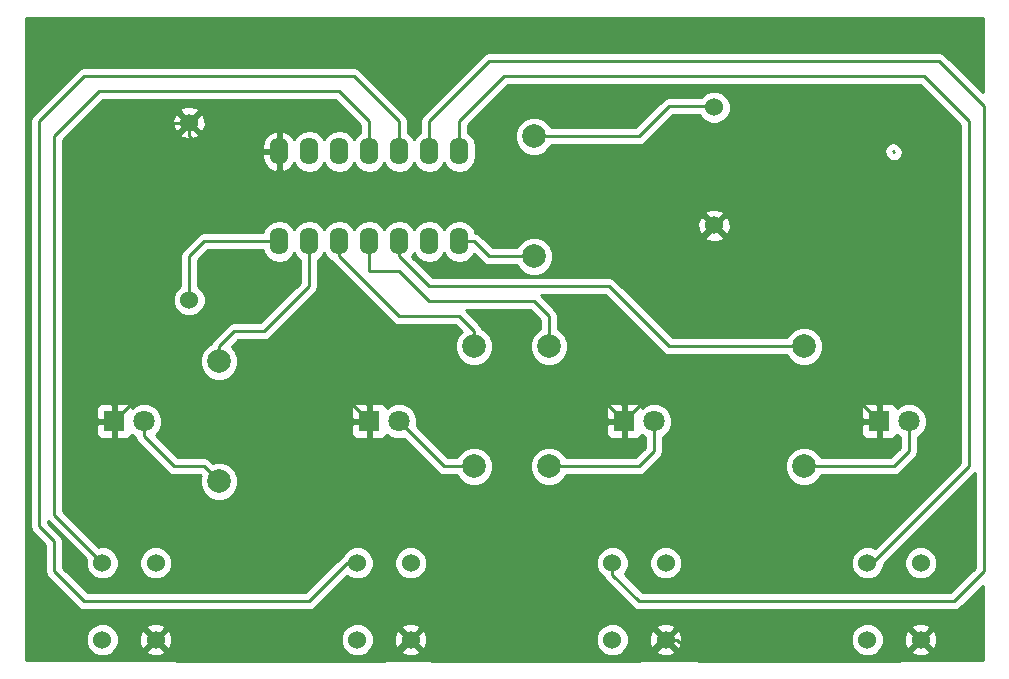
<source format=gbr>
G04 #@! TF.FileFunction,Copper,L1,Top,Signal*
%FSLAX46Y46*%
G04 Gerber Fmt 4.6, Leading zero omitted, Abs format (unit mm)*
G04 Created by KiCad (PCBNEW 4.0.2-stable) date 12/05/2016 07:44:13*
%MOMM*%
G01*
G04 APERTURE LIST*
%ADD10C,0.100000*%
%ADD11C,1.524000*%
%ADD12C,1.800000*%
%ADD13R,1.800000X1.800000*%
%ADD14O,1.600000X2.300000*%
%ADD15C,1.998980*%
%ADD16C,0.600000*%
%ADD17C,0.250000*%
%ADD18C,0.254000*%
G04 APERTURE END LIST*
D10*
D11*
X115570000Y-101480000D03*
X115570000Y-86480000D03*
D12*
X111760000Y-111760000D03*
D13*
X109220000Y-111760000D03*
D12*
X133350000Y-111760000D03*
D13*
X130810000Y-111760000D03*
D12*
X154940000Y-111760000D03*
D13*
X152400000Y-111760000D03*
D12*
X176530000Y-111760000D03*
D13*
X173990000Y-111760000D03*
D14*
X123190000Y-96520000D03*
X125730000Y-96520000D03*
X128270000Y-96520000D03*
X130810000Y-96520000D03*
X133350000Y-96520000D03*
X135890000Y-96520000D03*
X138430000Y-96520000D03*
X138430000Y-88900000D03*
X135890000Y-88900000D03*
X133350000Y-88900000D03*
X130810000Y-88900000D03*
X128270000Y-88900000D03*
X125730000Y-88900000D03*
X123190000Y-88900000D03*
D15*
X118110000Y-106680000D03*
X118110000Y-116840000D03*
X139700000Y-105410000D03*
X139700000Y-115570000D03*
X146050000Y-105410000D03*
X146050000Y-115570000D03*
X167640000Y-105410000D03*
X167640000Y-115570000D03*
X144780000Y-97790000D03*
X144780000Y-87630000D03*
D11*
X112740000Y-123750000D03*
X112740000Y-130250000D03*
X108240000Y-130250000D03*
X108240000Y-123750000D03*
X134330000Y-123750000D03*
X134330000Y-130250000D03*
X129830000Y-130250000D03*
X129830000Y-123750000D03*
X155920000Y-123750000D03*
X155920000Y-130250000D03*
X151420000Y-130250000D03*
X151420000Y-123750000D03*
X177510000Y-123750000D03*
X177510000Y-130250000D03*
X173010000Y-130250000D03*
X173010000Y-123750000D03*
X160020000Y-85170000D03*
X160020000Y-95170000D03*
D16*
X116840000Y-125730000D03*
X153670000Y-104140000D03*
D17*
X175260000Y-88980000D02*
X175180000Y-88900000D01*
X115570000Y-101480000D02*
X115570000Y-97790000D01*
X116840000Y-96520000D02*
X123190000Y-96520000D01*
X115570000Y-97790000D02*
X116840000Y-96520000D01*
X115690000Y-101600000D02*
X115570000Y-101480000D01*
X109220000Y-111760000D02*
X109220000Y-88900000D01*
X111640000Y-86480000D02*
X115570000Y-86480000D01*
X109220000Y-88900000D02*
X111640000Y-86480000D01*
X109220000Y-111760000D02*
X111760000Y-109220000D01*
X128270000Y-109220000D02*
X130810000Y-111760000D01*
X111760000Y-109220000D02*
X128270000Y-109220000D01*
X130810000Y-111760000D02*
X130810000Y-110490000D01*
X130810000Y-110490000D02*
X132080000Y-109220000D01*
X132080000Y-109220000D02*
X149860000Y-109220000D01*
X149860000Y-109220000D02*
X152400000Y-111760000D01*
X152400000Y-111760000D02*
X154940000Y-109220000D01*
X171450000Y-109220000D02*
X173990000Y-111760000D01*
X167640000Y-109220000D02*
X171450000Y-109220000D01*
X154940000Y-109220000D02*
X167640000Y-109220000D01*
X155920000Y-130250000D02*
X156920000Y-130250000D01*
X175680000Y-132080000D02*
X177510000Y-130250000D01*
X158750000Y-132080000D02*
X175680000Y-132080000D01*
X156920000Y-130250000D02*
X158750000Y-132080000D01*
X155920000Y-130250000D02*
X155500000Y-130250000D01*
X155500000Y-130250000D02*
X153670000Y-132080000D01*
X153670000Y-132080000D02*
X136160000Y-132080000D01*
X136160000Y-132080000D02*
X134330000Y-130250000D01*
X134330000Y-130250000D02*
X133910000Y-130250000D01*
X133910000Y-130250000D02*
X132080000Y-132080000D01*
X132080000Y-132080000D02*
X114570000Y-132080000D01*
X114570000Y-132080000D02*
X112740000Y-130250000D01*
X109220000Y-111760000D02*
X109220000Y-114300000D01*
X116840000Y-121920000D02*
X116840000Y-125730000D01*
X109220000Y-114300000D02*
X116840000Y-121920000D01*
X152400000Y-111760000D02*
X152400000Y-105410000D01*
X152400000Y-105410000D02*
X153670000Y-104140000D01*
X115570000Y-86480000D02*
X115570000Y-87630000D01*
X115570000Y-87630000D02*
X116840000Y-88900000D01*
X116840000Y-88900000D02*
X123190000Y-88900000D01*
X115690000Y-86480000D02*
X115570000Y-86480000D01*
X123270000Y-88820000D02*
X123190000Y-88900000D01*
X111760000Y-111760000D02*
X111760000Y-113030000D01*
X116840000Y-115570000D02*
X118110000Y-116840000D01*
X114300000Y-115570000D02*
X116840000Y-115570000D01*
X111760000Y-113030000D02*
X114300000Y-115570000D01*
X133350000Y-111760000D02*
X135890000Y-114300000D01*
X137160000Y-115570000D02*
X139700000Y-115570000D01*
X135890000Y-114300000D02*
X137160000Y-115570000D01*
X146050000Y-115570000D02*
X153670000Y-115570000D01*
X154940000Y-114300000D02*
X154940000Y-111760000D01*
X153670000Y-115570000D02*
X154940000Y-114300000D01*
X167640000Y-115570000D02*
X175260000Y-115570000D01*
X176530000Y-114300000D02*
X176530000Y-111760000D01*
X175260000Y-115570000D02*
X176530000Y-114300000D01*
X125730000Y-96520000D02*
X125730000Y-100330000D01*
X118110000Y-105410000D02*
X118110000Y-106680000D01*
X119380000Y-104140000D02*
X118110000Y-105410000D01*
X121920000Y-104140000D02*
X119380000Y-104140000D01*
X125730000Y-100330000D02*
X121920000Y-104140000D01*
X139700000Y-105410000D02*
X139700000Y-104140000D01*
X128270000Y-97790000D02*
X128270000Y-96520000D01*
X133350000Y-102870000D02*
X128270000Y-97790000D01*
X138430000Y-102870000D02*
X133350000Y-102870000D01*
X139700000Y-104140000D02*
X138430000Y-102870000D01*
X133350000Y-96520000D02*
X133350000Y-97790000D01*
X156210000Y-105410000D02*
X167640000Y-105410000D01*
X151130000Y-100330000D02*
X156210000Y-105410000D01*
X135890000Y-100330000D02*
X151130000Y-100330000D01*
X133350000Y-97790000D02*
X135890000Y-100330000D01*
X146050000Y-105410000D02*
X146050000Y-102870000D01*
X130810000Y-99060000D02*
X130810000Y-96520000D01*
X133350000Y-99060000D02*
X130810000Y-99060000D01*
X135890000Y-101600000D02*
X133350000Y-99060000D01*
X144780000Y-101600000D02*
X135890000Y-101600000D01*
X146050000Y-102870000D02*
X144780000Y-101600000D01*
X138430000Y-96520000D02*
X139700000Y-96520000D01*
X140970000Y-97790000D02*
X144780000Y-97790000D01*
X139700000Y-96520000D02*
X140970000Y-97790000D01*
X130810000Y-88900000D02*
X130810000Y-86360000D01*
X104140000Y-119650000D02*
X108240000Y-123750000D01*
X104140000Y-87630000D02*
X104140000Y-119650000D01*
X107950000Y-83820000D02*
X104140000Y-87630000D01*
X128270000Y-83820000D02*
X107950000Y-83820000D01*
X130810000Y-86360000D02*
X128270000Y-83820000D01*
X108240000Y-123480000D02*
X108240000Y-123750000D01*
X133350000Y-88900000D02*
X133350000Y-86360000D01*
X128980000Y-123750000D02*
X129830000Y-123750000D01*
X125730000Y-127000000D02*
X128980000Y-123750000D01*
X106680000Y-127000000D02*
X125730000Y-127000000D01*
X104140000Y-124460000D02*
X106680000Y-127000000D01*
X104140000Y-121920000D02*
X104140000Y-124460000D01*
X102870000Y-120650000D02*
X104140000Y-121920000D01*
X102870000Y-86360000D02*
X102870000Y-120650000D01*
X106680000Y-82550000D02*
X102870000Y-86360000D01*
X129540000Y-82550000D02*
X106680000Y-82550000D01*
X133350000Y-86360000D02*
X129540000Y-82550000D01*
X129830000Y-123480000D02*
X129830000Y-123750000D01*
X135890000Y-88900000D02*
X135890000Y-86360000D01*
X151420000Y-124750000D02*
X151420000Y-123750000D01*
X153670000Y-127000000D02*
X151420000Y-124750000D01*
X180340000Y-127000000D02*
X153670000Y-127000000D01*
X182880000Y-124460000D02*
X180340000Y-127000000D01*
X182880000Y-85090000D02*
X182880000Y-124460000D01*
X179070000Y-81280000D02*
X182880000Y-85090000D01*
X140970000Y-81280000D02*
X179070000Y-81280000D01*
X135890000Y-86360000D02*
X140970000Y-81280000D01*
X151420000Y-123480000D02*
X151420000Y-123750000D01*
X138430000Y-88900000D02*
X138430000Y-86360000D01*
X181610000Y-115570000D02*
X173430000Y-123750000D01*
X181610000Y-86360000D02*
X181610000Y-115570000D01*
X177800000Y-82550000D02*
X181610000Y-86360000D01*
X142240000Y-82550000D02*
X177800000Y-82550000D01*
X138430000Y-86360000D02*
X142240000Y-82550000D01*
X173430000Y-123750000D02*
X173010000Y-123750000D01*
X173010000Y-123480000D02*
X173010000Y-123750000D01*
X144780000Y-87630000D02*
X153670000Y-87630000D01*
X156210000Y-85090000D02*
X159940000Y-85090000D01*
X153670000Y-87630000D02*
X156210000Y-85090000D01*
X159940000Y-85090000D02*
X160020000Y-85170000D01*
D18*
G36*
X182753000Y-83888198D02*
X179607401Y-80742599D01*
X179360839Y-80577852D01*
X179070000Y-80520000D01*
X140970000Y-80520000D01*
X140679161Y-80577852D01*
X140432599Y-80742599D01*
X135352599Y-85822599D01*
X135187852Y-86069161D01*
X135130000Y-86360000D01*
X135130000Y-87330148D01*
X134875302Y-87500332D01*
X134620000Y-87882418D01*
X134364698Y-87500332D01*
X134110000Y-87330148D01*
X134110000Y-86360000D01*
X134052148Y-86069161D01*
X133887401Y-85822599D01*
X130077401Y-82012599D01*
X129830839Y-81847852D01*
X129540000Y-81790000D01*
X106680000Y-81790000D01*
X106389161Y-81847852D01*
X106142599Y-82012599D01*
X102332599Y-85822599D01*
X102167852Y-86069161D01*
X102110000Y-86360000D01*
X102110000Y-120650000D01*
X102167852Y-120940839D01*
X102332599Y-121187401D01*
X103380000Y-122234802D01*
X103380000Y-124460000D01*
X103437852Y-124750839D01*
X103602599Y-124997401D01*
X106142599Y-127537401D01*
X106389160Y-127702148D01*
X106437414Y-127711746D01*
X106680000Y-127760000D01*
X125730000Y-127760000D01*
X126020839Y-127702148D01*
X126267401Y-127537401D01*
X128954474Y-124850328D01*
X129037630Y-124933629D01*
X129550900Y-125146757D01*
X130106661Y-125147242D01*
X130620303Y-124935010D01*
X131013629Y-124542370D01*
X131226757Y-124029100D01*
X131226759Y-124026661D01*
X132932758Y-124026661D01*
X133144990Y-124540303D01*
X133537630Y-124933629D01*
X134050900Y-125146757D01*
X134606661Y-125147242D01*
X135120303Y-124935010D01*
X135513629Y-124542370D01*
X135726757Y-124029100D01*
X135727242Y-123473339D01*
X135515010Y-122959697D01*
X135122370Y-122566371D01*
X134609100Y-122353243D01*
X134053339Y-122352758D01*
X133539697Y-122564990D01*
X133146371Y-122957630D01*
X132933243Y-123470900D01*
X132932758Y-124026661D01*
X131226759Y-124026661D01*
X131227242Y-123473339D01*
X131015010Y-122959697D01*
X130622370Y-122566371D01*
X130109100Y-122353243D01*
X129553339Y-122352758D01*
X129039697Y-122564990D01*
X128646371Y-122957630D01*
X128578091Y-123122066D01*
X128442599Y-123212599D01*
X125415198Y-126240000D01*
X106994802Y-126240000D01*
X104900000Y-124145198D01*
X104900000Y-121920000D01*
X104842148Y-121629161D01*
X104842148Y-121629160D01*
X104677401Y-121382599D01*
X103630000Y-120335198D01*
X103630000Y-120214802D01*
X106855817Y-123440619D01*
X106843243Y-123470900D01*
X106842758Y-124026661D01*
X107054990Y-124540303D01*
X107447630Y-124933629D01*
X107960900Y-125146757D01*
X108516661Y-125147242D01*
X109030303Y-124935010D01*
X109423629Y-124542370D01*
X109636757Y-124029100D01*
X109636759Y-124026661D01*
X111342758Y-124026661D01*
X111554990Y-124540303D01*
X111947630Y-124933629D01*
X112460900Y-125146757D01*
X113016661Y-125147242D01*
X113530303Y-124935010D01*
X113923629Y-124542370D01*
X114136757Y-124029100D01*
X114137242Y-123473339D01*
X113925010Y-122959697D01*
X113532370Y-122566371D01*
X113019100Y-122353243D01*
X112463339Y-122352758D01*
X111949697Y-122564990D01*
X111556371Y-122957630D01*
X111343243Y-123470900D01*
X111342758Y-124026661D01*
X109636759Y-124026661D01*
X109637242Y-123473339D01*
X109425010Y-122959697D01*
X109032370Y-122566371D01*
X108519100Y-122353243D01*
X107963339Y-122352758D01*
X107930945Y-122366143D01*
X104900000Y-119335198D01*
X104900000Y-112045750D01*
X107685000Y-112045750D01*
X107685000Y-112786310D01*
X107781673Y-113019699D01*
X107960302Y-113198327D01*
X108193691Y-113295000D01*
X108934250Y-113295000D01*
X109093000Y-113136250D01*
X109093000Y-111887000D01*
X107843750Y-111887000D01*
X107685000Y-112045750D01*
X104900000Y-112045750D01*
X104900000Y-110733690D01*
X107685000Y-110733690D01*
X107685000Y-111474250D01*
X107843750Y-111633000D01*
X109093000Y-111633000D01*
X109093000Y-110383750D01*
X109347000Y-110383750D01*
X109347000Y-111633000D01*
X109367000Y-111633000D01*
X109367000Y-111887000D01*
X109347000Y-111887000D01*
X109347000Y-113136250D01*
X109505750Y-113295000D01*
X110246309Y-113295000D01*
X110479698Y-113198327D01*
X110658327Y-113019699D01*
X110714119Y-112885006D01*
X110889357Y-113060551D01*
X111016586Y-113113381D01*
X111057852Y-113320839D01*
X111222599Y-113567401D01*
X113762599Y-116107401D01*
X114009160Y-116272148D01*
X114057414Y-116281746D01*
X114300000Y-116330000D01*
X116525198Y-116330000D01*
X116544115Y-116348917D01*
X116475794Y-116513453D01*
X116475226Y-117163694D01*
X116723538Y-117764655D01*
X117182927Y-118224846D01*
X117783453Y-118474206D01*
X118433694Y-118474774D01*
X119034655Y-118226462D01*
X119494846Y-117767073D01*
X119744206Y-117166547D01*
X119744774Y-116516306D01*
X119496462Y-115915345D01*
X119037073Y-115455154D01*
X118436547Y-115205794D01*
X117786306Y-115205226D01*
X117619111Y-115274309D01*
X117377401Y-115032599D01*
X117130839Y-114867852D01*
X116840000Y-114810000D01*
X114614802Y-114810000D01*
X112747725Y-112942923D01*
X113060551Y-112630643D01*
X113294733Y-112066670D01*
X113294751Y-112045750D01*
X129275000Y-112045750D01*
X129275000Y-112786310D01*
X129371673Y-113019699D01*
X129550302Y-113198327D01*
X129783691Y-113295000D01*
X130524250Y-113295000D01*
X130683000Y-113136250D01*
X130683000Y-111887000D01*
X129433750Y-111887000D01*
X129275000Y-112045750D01*
X113294751Y-112045750D01*
X113295265Y-111456009D01*
X113062068Y-110891629D01*
X112904405Y-110733690D01*
X129275000Y-110733690D01*
X129275000Y-111474250D01*
X129433750Y-111633000D01*
X130683000Y-111633000D01*
X130683000Y-110383750D01*
X130937000Y-110383750D01*
X130937000Y-111633000D01*
X130957000Y-111633000D01*
X130957000Y-111887000D01*
X130937000Y-111887000D01*
X130937000Y-113136250D01*
X131095750Y-113295000D01*
X131836309Y-113295000D01*
X132069698Y-113198327D01*
X132248327Y-113019699D01*
X132304119Y-112885006D01*
X132479357Y-113060551D01*
X133043330Y-113294733D01*
X133653991Y-113295265D01*
X133764713Y-113249515D01*
X136622599Y-116107401D01*
X136869160Y-116272148D01*
X137160000Y-116330000D01*
X138245504Y-116330000D01*
X138313538Y-116494655D01*
X138772927Y-116954846D01*
X139373453Y-117204206D01*
X140023694Y-117204774D01*
X140624655Y-116956462D01*
X141084846Y-116497073D01*
X141334206Y-115896547D01*
X141334208Y-115893694D01*
X144415226Y-115893694D01*
X144663538Y-116494655D01*
X145122927Y-116954846D01*
X145723453Y-117204206D01*
X146373694Y-117204774D01*
X146974655Y-116956462D01*
X147434846Y-116497073D01*
X147504221Y-116330000D01*
X153670000Y-116330000D01*
X153960839Y-116272148D01*
X154207401Y-116107401D01*
X154421108Y-115893694D01*
X166005226Y-115893694D01*
X166253538Y-116494655D01*
X166712927Y-116954846D01*
X167313453Y-117204206D01*
X167963694Y-117204774D01*
X168564655Y-116956462D01*
X169024846Y-116497073D01*
X169094221Y-116330000D01*
X175260000Y-116330000D01*
X175550839Y-116272148D01*
X175797401Y-116107401D01*
X177067401Y-114837401D01*
X177232148Y-114590840D01*
X177290000Y-114300000D01*
X177290000Y-113106846D01*
X177398371Y-113062068D01*
X177830551Y-112630643D01*
X178064733Y-112066670D01*
X178065265Y-111456009D01*
X177832068Y-110891629D01*
X177400643Y-110459449D01*
X176836670Y-110225267D01*
X176226009Y-110224735D01*
X175661629Y-110457932D01*
X175484159Y-110635092D01*
X175428327Y-110500301D01*
X175249698Y-110321673D01*
X175016309Y-110225000D01*
X174275750Y-110225000D01*
X174117000Y-110383750D01*
X174117000Y-111633000D01*
X174137000Y-111633000D01*
X174137000Y-111887000D01*
X174117000Y-111887000D01*
X174117000Y-113136250D01*
X174275750Y-113295000D01*
X175016309Y-113295000D01*
X175249698Y-113198327D01*
X175428327Y-113019699D01*
X175484119Y-112885006D01*
X175659357Y-113060551D01*
X175770000Y-113106494D01*
X175770000Y-113985198D01*
X174945198Y-114810000D01*
X169094496Y-114810000D01*
X169026462Y-114645345D01*
X168567073Y-114185154D01*
X167966547Y-113935794D01*
X167316306Y-113935226D01*
X166715345Y-114183538D01*
X166255154Y-114642927D01*
X166005794Y-115243453D01*
X166005226Y-115893694D01*
X154421108Y-115893694D01*
X155477401Y-114837401D01*
X155642148Y-114590840D01*
X155700000Y-114300000D01*
X155700000Y-113106846D01*
X155808371Y-113062068D01*
X156240551Y-112630643D01*
X156474733Y-112066670D01*
X156474751Y-112045750D01*
X172455000Y-112045750D01*
X172455000Y-112786310D01*
X172551673Y-113019699D01*
X172730302Y-113198327D01*
X172963691Y-113295000D01*
X173704250Y-113295000D01*
X173863000Y-113136250D01*
X173863000Y-111887000D01*
X172613750Y-111887000D01*
X172455000Y-112045750D01*
X156474751Y-112045750D01*
X156475265Y-111456009D01*
X156242068Y-110891629D01*
X156084405Y-110733690D01*
X172455000Y-110733690D01*
X172455000Y-111474250D01*
X172613750Y-111633000D01*
X173863000Y-111633000D01*
X173863000Y-110383750D01*
X173704250Y-110225000D01*
X172963691Y-110225000D01*
X172730302Y-110321673D01*
X172551673Y-110500301D01*
X172455000Y-110733690D01*
X156084405Y-110733690D01*
X155810643Y-110459449D01*
X155246670Y-110225267D01*
X154636009Y-110224735D01*
X154071629Y-110457932D01*
X153894159Y-110635092D01*
X153838327Y-110500301D01*
X153659698Y-110321673D01*
X153426309Y-110225000D01*
X152685750Y-110225000D01*
X152527000Y-110383750D01*
X152527000Y-111633000D01*
X152547000Y-111633000D01*
X152547000Y-111887000D01*
X152527000Y-111887000D01*
X152527000Y-113136250D01*
X152685750Y-113295000D01*
X153426309Y-113295000D01*
X153659698Y-113198327D01*
X153838327Y-113019699D01*
X153894119Y-112885006D01*
X154069357Y-113060551D01*
X154180000Y-113106494D01*
X154180000Y-113985198D01*
X153355198Y-114810000D01*
X147504496Y-114810000D01*
X147436462Y-114645345D01*
X146977073Y-114185154D01*
X146376547Y-113935794D01*
X145726306Y-113935226D01*
X145125345Y-114183538D01*
X144665154Y-114642927D01*
X144415794Y-115243453D01*
X144415226Y-115893694D01*
X141334208Y-115893694D01*
X141334774Y-115246306D01*
X141086462Y-114645345D01*
X140627073Y-114185154D01*
X140026547Y-113935794D01*
X139376306Y-113935226D01*
X138775345Y-114183538D01*
X138315154Y-114642927D01*
X138245779Y-114810000D01*
X137474802Y-114810000D01*
X134839766Y-112174964D01*
X134884733Y-112066670D01*
X134884751Y-112045750D01*
X150865000Y-112045750D01*
X150865000Y-112786310D01*
X150961673Y-113019699D01*
X151140302Y-113198327D01*
X151373691Y-113295000D01*
X152114250Y-113295000D01*
X152273000Y-113136250D01*
X152273000Y-111887000D01*
X151023750Y-111887000D01*
X150865000Y-112045750D01*
X134884751Y-112045750D01*
X134885265Y-111456009D01*
X134652068Y-110891629D01*
X134494405Y-110733690D01*
X150865000Y-110733690D01*
X150865000Y-111474250D01*
X151023750Y-111633000D01*
X152273000Y-111633000D01*
X152273000Y-110383750D01*
X152114250Y-110225000D01*
X151373691Y-110225000D01*
X151140302Y-110321673D01*
X150961673Y-110500301D01*
X150865000Y-110733690D01*
X134494405Y-110733690D01*
X134220643Y-110459449D01*
X133656670Y-110225267D01*
X133046009Y-110224735D01*
X132481629Y-110457932D01*
X132304159Y-110635092D01*
X132248327Y-110500301D01*
X132069698Y-110321673D01*
X131836309Y-110225000D01*
X131095750Y-110225000D01*
X130937000Y-110383750D01*
X130683000Y-110383750D01*
X130524250Y-110225000D01*
X129783691Y-110225000D01*
X129550302Y-110321673D01*
X129371673Y-110500301D01*
X129275000Y-110733690D01*
X112904405Y-110733690D01*
X112630643Y-110459449D01*
X112066670Y-110225267D01*
X111456009Y-110224735D01*
X110891629Y-110457932D01*
X110714159Y-110635092D01*
X110658327Y-110500301D01*
X110479698Y-110321673D01*
X110246309Y-110225000D01*
X109505750Y-110225000D01*
X109347000Y-110383750D01*
X109093000Y-110383750D01*
X108934250Y-110225000D01*
X108193691Y-110225000D01*
X107960302Y-110321673D01*
X107781673Y-110500301D01*
X107685000Y-110733690D01*
X104900000Y-110733690D01*
X104900000Y-101756661D01*
X114172758Y-101756661D01*
X114384990Y-102270303D01*
X114777630Y-102663629D01*
X115290900Y-102876757D01*
X115846661Y-102877242D01*
X116360303Y-102665010D01*
X116753629Y-102272370D01*
X116966757Y-101759100D01*
X116967242Y-101203339D01*
X116755010Y-100689697D01*
X116362370Y-100296371D01*
X116330000Y-100282930D01*
X116330000Y-98104802D01*
X117154802Y-97280000D01*
X121829598Y-97280000D01*
X121864233Y-97454121D01*
X122175302Y-97919668D01*
X122640849Y-98230737D01*
X123190000Y-98339970D01*
X123739151Y-98230737D01*
X124204698Y-97919668D01*
X124460000Y-97537582D01*
X124715302Y-97919668D01*
X124970000Y-98089852D01*
X124970000Y-100015198D01*
X121605198Y-103380000D01*
X119380000Y-103380000D01*
X119089160Y-103437852D01*
X118842599Y-103602599D01*
X117572599Y-104872599D01*
X117407852Y-105119161D01*
X117389985Y-105208982D01*
X117185345Y-105293538D01*
X116725154Y-105752927D01*
X116475794Y-106353453D01*
X116475226Y-107003694D01*
X116723538Y-107604655D01*
X117182927Y-108064846D01*
X117783453Y-108314206D01*
X118433694Y-108314774D01*
X119034655Y-108066462D01*
X119494846Y-107607073D01*
X119744206Y-107006547D01*
X119744774Y-106356306D01*
X119496462Y-105755345D01*
X119168246Y-105426556D01*
X119694802Y-104900000D01*
X121920000Y-104900000D01*
X122210839Y-104842148D01*
X122457401Y-104677401D01*
X126267401Y-100867401D01*
X126432148Y-100620839D01*
X126490000Y-100330000D01*
X126490000Y-98089852D01*
X126744698Y-97919668D01*
X127000000Y-97537582D01*
X127255302Y-97919668D01*
X127625393Y-98166955D01*
X127732599Y-98327401D01*
X132812599Y-103407401D01*
X133059161Y-103572148D01*
X133350000Y-103630000D01*
X138115198Y-103630000D01*
X138641924Y-104156726D01*
X138315154Y-104482927D01*
X138065794Y-105083453D01*
X138065226Y-105733694D01*
X138313538Y-106334655D01*
X138772927Y-106794846D01*
X139373453Y-107044206D01*
X140023694Y-107044774D01*
X140624655Y-106796462D01*
X141084846Y-106337073D01*
X141334206Y-105736547D01*
X141334774Y-105086306D01*
X141086462Y-104485345D01*
X140627073Y-104025154D01*
X140420057Y-103939193D01*
X140402148Y-103849161D01*
X140402148Y-103849160D01*
X140237401Y-103602599D01*
X138994802Y-102360000D01*
X144465198Y-102360000D01*
X145290000Y-103184802D01*
X145290000Y-103955504D01*
X145125345Y-104023538D01*
X144665154Y-104482927D01*
X144415794Y-105083453D01*
X144415226Y-105733694D01*
X144663538Y-106334655D01*
X145122927Y-106794846D01*
X145723453Y-107044206D01*
X146373694Y-107044774D01*
X146974655Y-106796462D01*
X147434846Y-106337073D01*
X147684206Y-105736547D01*
X147684774Y-105086306D01*
X147436462Y-104485345D01*
X146977073Y-104025154D01*
X146810000Y-103955779D01*
X146810000Y-102870000D01*
X146752148Y-102579161D01*
X146752148Y-102579160D01*
X146587401Y-102332599D01*
X145344802Y-101090000D01*
X150815198Y-101090000D01*
X155672599Y-105947401D01*
X155919161Y-106112148D01*
X156210000Y-106170000D01*
X166185504Y-106170000D01*
X166253538Y-106334655D01*
X166712927Y-106794846D01*
X167313453Y-107044206D01*
X167963694Y-107044774D01*
X168564655Y-106796462D01*
X169024846Y-106337073D01*
X169274206Y-105736547D01*
X169274774Y-105086306D01*
X169026462Y-104485345D01*
X168567073Y-104025154D01*
X167966547Y-103775794D01*
X167316306Y-103775226D01*
X166715345Y-104023538D01*
X166255154Y-104482927D01*
X166185779Y-104650000D01*
X156524802Y-104650000D01*
X151667401Y-99792599D01*
X151420839Y-99627852D01*
X151130000Y-99570000D01*
X136204802Y-99570000D01*
X134440710Y-97805908D01*
X134620000Y-97537582D01*
X134875302Y-97919668D01*
X135340849Y-98230737D01*
X135890000Y-98339970D01*
X136439151Y-98230737D01*
X136904698Y-97919668D01*
X137160000Y-97537582D01*
X137415302Y-97919668D01*
X137880849Y-98230737D01*
X138430000Y-98339970D01*
X138979151Y-98230737D01*
X139444698Y-97919668D01*
X139677081Y-97571883D01*
X140432599Y-98327401D01*
X140679160Y-98492148D01*
X140970000Y-98550000D01*
X143325504Y-98550000D01*
X143393538Y-98714655D01*
X143852927Y-99174846D01*
X144453453Y-99424206D01*
X145103694Y-99424774D01*
X145704655Y-99176462D01*
X146164846Y-98717073D01*
X146414206Y-98116547D01*
X146414774Y-97466306D01*
X146166462Y-96865345D01*
X145707073Y-96405154D01*
X145106547Y-96155794D01*
X144456306Y-96155226D01*
X143855345Y-96403538D01*
X143395154Y-96862927D01*
X143325779Y-97030000D01*
X141284802Y-97030000D01*
X140405015Y-96150213D01*
X159219392Y-96150213D01*
X159288857Y-96392397D01*
X159812302Y-96579144D01*
X160367368Y-96551362D01*
X160751143Y-96392397D01*
X160820608Y-96150213D01*
X160020000Y-95349605D01*
X159219392Y-96150213D01*
X140405015Y-96150213D01*
X140237401Y-95982599D01*
X139990839Y-95817852D01*
X139794126Y-95778723D01*
X139755767Y-95585879D01*
X139444698Y-95120332D01*
X139208190Y-94962302D01*
X158610856Y-94962302D01*
X158638638Y-95517368D01*
X158797603Y-95901143D01*
X159039787Y-95970608D01*
X159840395Y-95170000D01*
X160199605Y-95170000D01*
X161000213Y-95970608D01*
X161242397Y-95901143D01*
X161429144Y-95377698D01*
X161401362Y-94822632D01*
X161242397Y-94438857D01*
X161000213Y-94369392D01*
X160199605Y-95170000D01*
X159840395Y-95170000D01*
X159039787Y-94369392D01*
X158797603Y-94438857D01*
X158610856Y-94962302D01*
X139208190Y-94962302D01*
X138979151Y-94809263D01*
X138430000Y-94700030D01*
X137880849Y-94809263D01*
X137415302Y-95120332D01*
X137160000Y-95502418D01*
X136904698Y-95120332D01*
X136439151Y-94809263D01*
X135890000Y-94700030D01*
X135340849Y-94809263D01*
X134875302Y-95120332D01*
X134620000Y-95502418D01*
X134364698Y-95120332D01*
X133899151Y-94809263D01*
X133350000Y-94700030D01*
X132800849Y-94809263D01*
X132335302Y-95120332D01*
X132080000Y-95502418D01*
X131824698Y-95120332D01*
X131359151Y-94809263D01*
X130810000Y-94700030D01*
X130260849Y-94809263D01*
X129795302Y-95120332D01*
X129540000Y-95502418D01*
X129284698Y-95120332D01*
X128819151Y-94809263D01*
X128270000Y-94700030D01*
X127720849Y-94809263D01*
X127255302Y-95120332D01*
X127000000Y-95502418D01*
X126744698Y-95120332D01*
X126279151Y-94809263D01*
X125730000Y-94700030D01*
X125180849Y-94809263D01*
X124715302Y-95120332D01*
X124460000Y-95502418D01*
X124204698Y-95120332D01*
X123739151Y-94809263D01*
X123190000Y-94700030D01*
X122640849Y-94809263D01*
X122175302Y-95120332D01*
X121864233Y-95585879D01*
X121829598Y-95760000D01*
X116840000Y-95760000D01*
X116549160Y-95817852D01*
X116302599Y-95982599D01*
X115032599Y-97252599D01*
X114867852Y-97499161D01*
X114810000Y-97790000D01*
X114810000Y-100282469D01*
X114779697Y-100294990D01*
X114386371Y-100687630D01*
X114173243Y-101200900D01*
X114172758Y-101756661D01*
X104900000Y-101756661D01*
X104900000Y-94189787D01*
X159219392Y-94189787D01*
X160020000Y-94990395D01*
X160820608Y-94189787D01*
X160751143Y-93947603D01*
X160227698Y-93760856D01*
X159672632Y-93788638D01*
X159288857Y-93947603D01*
X159219392Y-94189787D01*
X104900000Y-94189787D01*
X104900000Y-89027000D01*
X121755000Y-89027000D01*
X121755000Y-89377000D01*
X121912834Y-89916483D01*
X122265104Y-90354500D01*
X122758181Y-90624367D01*
X122840961Y-90641904D01*
X123063000Y-90519915D01*
X123063000Y-89027000D01*
X121755000Y-89027000D01*
X104900000Y-89027000D01*
X104900000Y-88423000D01*
X121755000Y-88423000D01*
X121755000Y-88773000D01*
X123063000Y-88773000D01*
X123063000Y-87280085D01*
X122840961Y-87158096D01*
X122758181Y-87175633D01*
X122265104Y-87445500D01*
X121912834Y-87883517D01*
X121755000Y-88423000D01*
X104900000Y-88423000D01*
X104900000Y-87944802D01*
X105384589Y-87460213D01*
X114769392Y-87460213D01*
X114838857Y-87702397D01*
X115362302Y-87889144D01*
X115917368Y-87861362D01*
X116301143Y-87702397D01*
X116370608Y-87460213D01*
X115570000Y-86659605D01*
X114769392Y-87460213D01*
X105384589Y-87460213D01*
X106572500Y-86272302D01*
X114160856Y-86272302D01*
X114188638Y-86827368D01*
X114347603Y-87211143D01*
X114589787Y-87280608D01*
X115390395Y-86480000D01*
X115749605Y-86480000D01*
X116550213Y-87280608D01*
X116792397Y-87211143D01*
X116979144Y-86687698D01*
X116951362Y-86132632D01*
X116792397Y-85748857D01*
X116550213Y-85679392D01*
X115749605Y-86480000D01*
X115390395Y-86480000D01*
X114589787Y-85679392D01*
X114347603Y-85748857D01*
X114160856Y-86272302D01*
X106572500Y-86272302D01*
X107345015Y-85499787D01*
X114769392Y-85499787D01*
X115570000Y-86300395D01*
X116370608Y-85499787D01*
X116301143Y-85257603D01*
X115777698Y-85070856D01*
X115222632Y-85098638D01*
X114838857Y-85257603D01*
X114769392Y-85499787D01*
X107345015Y-85499787D01*
X108264802Y-84580000D01*
X127955198Y-84580000D01*
X130050000Y-86674802D01*
X130050000Y-87330148D01*
X129795302Y-87500332D01*
X129540000Y-87882418D01*
X129284698Y-87500332D01*
X128819151Y-87189263D01*
X128270000Y-87080030D01*
X127720849Y-87189263D01*
X127255302Y-87500332D01*
X127000000Y-87882418D01*
X126744698Y-87500332D01*
X126279151Y-87189263D01*
X125730000Y-87080030D01*
X125180849Y-87189263D01*
X124715302Y-87500332D01*
X124462851Y-87878151D01*
X124114896Y-87445500D01*
X123621819Y-87175633D01*
X123539039Y-87158096D01*
X123317000Y-87280085D01*
X123317000Y-88773000D01*
X123337000Y-88773000D01*
X123337000Y-89027000D01*
X123317000Y-89027000D01*
X123317000Y-90519915D01*
X123539039Y-90641904D01*
X123621819Y-90624367D01*
X124114896Y-90354500D01*
X124462851Y-89921849D01*
X124715302Y-90299668D01*
X125180849Y-90610737D01*
X125730000Y-90719970D01*
X126279151Y-90610737D01*
X126744698Y-90299668D01*
X127000000Y-89917582D01*
X127255302Y-90299668D01*
X127720849Y-90610737D01*
X128270000Y-90719970D01*
X128819151Y-90610737D01*
X129284698Y-90299668D01*
X129540000Y-89917582D01*
X129795302Y-90299668D01*
X130260849Y-90610737D01*
X130810000Y-90719970D01*
X131359151Y-90610737D01*
X131824698Y-90299668D01*
X132080000Y-89917582D01*
X132335302Y-90299668D01*
X132800849Y-90610737D01*
X133350000Y-90719970D01*
X133899151Y-90610737D01*
X134364698Y-90299668D01*
X134620000Y-89917582D01*
X134875302Y-90299668D01*
X135340849Y-90610737D01*
X135890000Y-90719970D01*
X136439151Y-90610737D01*
X136904698Y-90299668D01*
X137160000Y-89917582D01*
X137415302Y-90299668D01*
X137880849Y-90610737D01*
X138430000Y-90719970D01*
X138979151Y-90610737D01*
X139444698Y-90299668D01*
X139755767Y-89834121D01*
X139865000Y-89284970D01*
X139865000Y-88515030D01*
X139755767Y-87965879D01*
X139747626Y-87953694D01*
X143145226Y-87953694D01*
X143393538Y-88554655D01*
X143852927Y-89014846D01*
X144453453Y-89264206D01*
X145103694Y-89264774D01*
X145704655Y-89016462D01*
X145821320Y-88900000D01*
X174420000Y-88900000D01*
X174477852Y-89190839D01*
X174642599Y-89437401D01*
X174722599Y-89517401D01*
X174969161Y-89682148D01*
X175260000Y-89740000D01*
X175550839Y-89682148D01*
X175797401Y-89517401D01*
X175962148Y-89270839D01*
X176020000Y-88980000D01*
X175962148Y-88689161D01*
X175797401Y-88442599D01*
X175717401Y-88362599D01*
X175470839Y-88197852D01*
X175180000Y-88140000D01*
X174889161Y-88197852D01*
X174642599Y-88362599D01*
X174477852Y-88609161D01*
X174420000Y-88900000D01*
X145821320Y-88900000D01*
X146164846Y-88557073D01*
X146234221Y-88390000D01*
X153670000Y-88390000D01*
X153960839Y-88332148D01*
X154207401Y-88167401D01*
X156524802Y-85850000D01*
X158789414Y-85850000D01*
X158834990Y-85960303D01*
X159227630Y-86353629D01*
X159740900Y-86566757D01*
X160296661Y-86567242D01*
X160810303Y-86355010D01*
X161203629Y-85962370D01*
X161416757Y-85449100D01*
X161417242Y-84893339D01*
X161205010Y-84379697D01*
X160812370Y-83986371D01*
X160299100Y-83773243D01*
X159743339Y-83772758D01*
X159229697Y-83984990D01*
X158884084Y-84330000D01*
X156210000Y-84330000D01*
X155970550Y-84377630D01*
X155919160Y-84387852D01*
X155672599Y-84552599D01*
X153355198Y-86870000D01*
X146234496Y-86870000D01*
X146166462Y-86705345D01*
X145707073Y-86245154D01*
X145106547Y-85995794D01*
X144456306Y-85995226D01*
X143855345Y-86243538D01*
X143395154Y-86702927D01*
X143145794Y-87303453D01*
X143145226Y-87953694D01*
X139747626Y-87953694D01*
X139444698Y-87500332D01*
X139190000Y-87330148D01*
X139190000Y-86674802D01*
X142554802Y-83310000D01*
X177485198Y-83310000D01*
X180850000Y-86674802D01*
X180850000Y-115255198D01*
X173616152Y-122489046D01*
X173289100Y-122353243D01*
X172733339Y-122352758D01*
X172219697Y-122564990D01*
X171826371Y-122957630D01*
X171613243Y-123470900D01*
X171612758Y-124026661D01*
X171824990Y-124540303D01*
X172217630Y-124933629D01*
X172730900Y-125146757D01*
X173286661Y-125147242D01*
X173800303Y-124935010D01*
X174193629Y-124542370D01*
X174406757Y-124029100D01*
X174406759Y-124026661D01*
X176112758Y-124026661D01*
X176324990Y-124540303D01*
X176717630Y-124933629D01*
X177230900Y-125146757D01*
X177786661Y-125147242D01*
X178300303Y-124935010D01*
X178693629Y-124542370D01*
X178906757Y-124029100D01*
X178907242Y-123473339D01*
X178695010Y-122959697D01*
X178302370Y-122566371D01*
X177789100Y-122353243D01*
X177233339Y-122352758D01*
X176719697Y-122564990D01*
X176326371Y-122957630D01*
X176113243Y-123470900D01*
X176112758Y-124026661D01*
X174406759Y-124026661D01*
X174406915Y-123847887D01*
X182120000Y-116134802D01*
X182120000Y-124145198D01*
X180025198Y-126240000D01*
X153984802Y-126240000D01*
X152445262Y-124700460D01*
X152603629Y-124542370D01*
X152816757Y-124029100D01*
X152816759Y-124026661D01*
X154522758Y-124026661D01*
X154734990Y-124540303D01*
X155127630Y-124933629D01*
X155640900Y-125146757D01*
X156196661Y-125147242D01*
X156710303Y-124935010D01*
X157103629Y-124542370D01*
X157316757Y-124029100D01*
X157317242Y-123473339D01*
X157105010Y-122959697D01*
X156712370Y-122566371D01*
X156199100Y-122353243D01*
X155643339Y-122352758D01*
X155129697Y-122564990D01*
X154736371Y-122957630D01*
X154523243Y-123470900D01*
X154522758Y-124026661D01*
X152816759Y-124026661D01*
X152817242Y-123473339D01*
X152605010Y-122959697D01*
X152212370Y-122566371D01*
X151699100Y-122353243D01*
X151143339Y-122352758D01*
X150629697Y-122564990D01*
X150236371Y-122957630D01*
X150023243Y-123470900D01*
X150022758Y-124026661D01*
X150234990Y-124540303D01*
X150627630Y-124933629D01*
X150702729Y-124964813D01*
X150717852Y-125040839D01*
X150882599Y-125287401D01*
X153132599Y-127537401D01*
X153379161Y-127702148D01*
X153670000Y-127760000D01*
X180340000Y-127760000D01*
X180630839Y-127702148D01*
X180877401Y-127537401D01*
X182753000Y-125661802D01*
X182753000Y-131953000D01*
X101727000Y-131953000D01*
X101727000Y-130526661D01*
X106842758Y-130526661D01*
X107054990Y-131040303D01*
X107447630Y-131433629D01*
X107960900Y-131646757D01*
X108516661Y-131647242D01*
X109030303Y-131435010D01*
X109235457Y-131230213D01*
X111939392Y-131230213D01*
X112008857Y-131472397D01*
X112532302Y-131659144D01*
X113087368Y-131631362D01*
X113471143Y-131472397D01*
X113540608Y-131230213D01*
X112740000Y-130429605D01*
X111939392Y-131230213D01*
X109235457Y-131230213D01*
X109423629Y-131042370D01*
X109636757Y-130529100D01*
X109637181Y-130042302D01*
X111330856Y-130042302D01*
X111358638Y-130597368D01*
X111517603Y-130981143D01*
X111759787Y-131050608D01*
X112560395Y-130250000D01*
X112919605Y-130250000D01*
X113720213Y-131050608D01*
X113962397Y-130981143D01*
X114124540Y-130526661D01*
X128432758Y-130526661D01*
X128644990Y-131040303D01*
X129037630Y-131433629D01*
X129550900Y-131646757D01*
X130106661Y-131647242D01*
X130620303Y-131435010D01*
X130825457Y-131230213D01*
X133529392Y-131230213D01*
X133598857Y-131472397D01*
X134122302Y-131659144D01*
X134677368Y-131631362D01*
X135061143Y-131472397D01*
X135130608Y-131230213D01*
X134330000Y-130429605D01*
X133529392Y-131230213D01*
X130825457Y-131230213D01*
X131013629Y-131042370D01*
X131226757Y-130529100D01*
X131227181Y-130042302D01*
X132920856Y-130042302D01*
X132948638Y-130597368D01*
X133107603Y-130981143D01*
X133349787Y-131050608D01*
X134150395Y-130250000D01*
X134509605Y-130250000D01*
X135310213Y-131050608D01*
X135552397Y-130981143D01*
X135714540Y-130526661D01*
X150022758Y-130526661D01*
X150234990Y-131040303D01*
X150627630Y-131433629D01*
X151140900Y-131646757D01*
X151696661Y-131647242D01*
X152210303Y-131435010D01*
X152415457Y-131230213D01*
X155119392Y-131230213D01*
X155188857Y-131472397D01*
X155712302Y-131659144D01*
X156267368Y-131631362D01*
X156651143Y-131472397D01*
X156720608Y-131230213D01*
X155920000Y-130429605D01*
X155119392Y-131230213D01*
X152415457Y-131230213D01*
X152603629Y-131042370D01*
X152816757Y-130529100D01*
X152817181Y-130042302D01*
X154510856Y-130042302D01*
X154538638Y-130597368D01*
X154697603Y-130981143D01*
X154939787Y-131050608D01*
X155740395Y-130250000D01*
X156099605Y-130250000D01*
X156900213Y-131050608D01*
X157142397Y-130981143D01*
X157304540Y-130526661D01*
X171612758Y-130526661D01*
X171824990Y-131040303D01*
X172217630Y-131433629D01*
X172730900Y-131646757D01*
X173286661Y-131647242D01*
X173800303Y-131435010D01*
X174005457Y-131230213D01*
X176709392Y-131230213D01*
X176778857Y-131472397D01*
X177302302Y-131659144D01*
X177857368Y-131631362D01*
X178241143Y-131472397D01*
X178310608Y-131230213D01*
X177510000Y-130429605D01*
X176709392Y-131230213D01*
X174005457Y-131230213D01*
X174193629Y-131042370D01*
X174406757Y-130529100D01*
X174407181Y-130042302D01*
X176100856Y-130042302D01*
X176128638Y-130597368D01*
X176287603Y-130981143D01*
X176529787Y-131050608D01*
X177330395Y-130250000D01*
X177689605Y-130250000D01*
X178490213Y-131050608D01*
X178732397Y-130981143D01*
X178919144Y-130457698D01*
X178891362Y-129902632D01*
X178732397Y-129518857D01*
X178490213Y-129449392D01*
X177689605Y-130250000D01*
X177330395Y-130250000D01*
X176529787Y-129449392D01*
X176287603Y-129518857D01*
X176100856Y-130042302D01*
X174407181Y-130042302D01*
X174407242Y-129973339D01*
X174195010Y-129459697D01*
X174005432Y-129269787D01*
X176709392Y-129269787D01*
X177510000Y-130070395D01*
X178310608Y-129269787D01*
X178241143Y-129027603D01*
X177717698Y-128840856D01*
X177162632Y-128868638D01*
X176778857Y-129027603D01*
X176709392Y-129269787D01*
X174005432Y-129269787D01*
X173802370Y-129066371D01*
X173289100Y-128853243D01*
X172733339Y-128852758D01*
X172219697Y-129064990D01*
X171826371Y-129457630D01*
X171613243Y-129970900D01*
X171612758Y-130526661D01*
X157304540Y-130526661D01*
X157329144Y-130457698D01*
X157301362Y-129902632D01*
X157142397Y-129518857D01*
X156900213Y-129449392D01*
X156099605Y-130250000D01*
X155740395Y-130250000D01*
X154939787Y-129449392D01*
X154697603Y-129518857D01*
X154510856Y-130042302D01*
X152817181Y-130042302D01*
X152817242Y-129973339D01*
X152605010Y-129459697D01*
X152415432Y-129269787D01*
X155119392Y-129269787D01*
X155920000Y-130070395D01*
X156720608Y-129269787D01*
X156651143Y-129027603D01*
X156127698Y-128840856D01*
X155572632Y-128868638D01*
X155188857Y-129027603D01*
X155119392Y-129269787D01*
X152415432Y-129269787D01*
X152212370Y-129066371D01*
X151699100Y-128853243D01*
X151143339Y-128852758D01*
X150629697Y-129064990D01*
X150236371Y-129457630D01*
X150023243Y-129970900D01*
X150022758Y-130526661D01*
X135714540Y-130526661D01*
X135739144Y-130457698D01*
X135711362Y-129902632D01*
X135552397Y-129518857D01*
X135310213Y-129449392D01*
X134509605Y-130250000D01*
X134150395Y-130250000D01*
X133349787Y-129449392D01*
X133107603Y-129518857D01*
X132920856Y-130042302D01*
X131227181Y-130042302D01*
X131227242Y-129973339D01*
X131015010Y-129459697D01*
X130825432Y-129269787D01*
X133529392Y-129269787D01*
X134330000Y-130070395D01*
X135130608Y-129269787D01*
X135061143Y-129027603D01*
X134537698Y-128840856D01*
X133982632Y-128868638D01*
X133598857Y-129027603D01*
X133529392Y-129269787D01*
X130825432Y-129269787D01*
X130622370Y-129066371D01*
X130109100Y-128853243D01*
X129553339Y-128852758D01*
X129039697Y-129064990D01*
X128646371Y-129457630D01*
X128433243Y-129970900D01*
X128432758Y-130526661D01*
X114124540Y-130526661D01*
X114149144Y-130457698D01*
X114121362Y-129902632D01*
X113962397Y-129518857D01*
X113720213Y-129449392D01*
X112919605Y-130250000D01*
X112560395Y-130250000D01*
X111759787Y-129449392D01*
X111517603Y-129518857D01*
X111330856Y-130042302D01*
X109637181Y-130042302D01*
X109637242Y-129973339D01*
X109425010Y-129459697D01*
X109235432Y-129269787D01*
X111939392Y-129269787D01*
X112740000Y-130070395D01*
X113540608Y-129269787D01*
X113471143Y-129027603D01*
X112947698Y-128840856D01*
X112392632Y-128868638D01*
X112008857Y-129027603D01*
X111939392Y-129269787D01*
X109235432Y-129269787D01*
X109032370Y-129066371D01*
X108519100Y-128853243D01*
X107963339Y-128852758D01*
X107449697Y-129064990D01*
X107056371Y-129457630D01*
X106843243Y-129970900D01*
X106842758Y-130526661D01*
X101727000Y-130526661D01*
X101727000Y-77597000D01*
X182753000Y-77597000D01*
X182753000Y-83888198D01*
X182753000Y-83888198D01*
G37*
X182753000Y-83888198D02*
X179607401Y-80742599D01*
X179360839Y-80577852D01*
X179070000Y-80520000D01*
X140970000Y-80520000D01*
X140679161Y-80577852D01*
X140432599Y-80742599D01*
X135352599Y-85822599D01*
X135187852Y-86069161D01*
X135130000Y-86360000D01*
X135130000Y-87330148D01*
X134875302Y-87500332D01*
X134620000Y-87882418D01*
X134364698Y-87500332D01*
X134110000Y-87330148D01*
X134110000Y-86360000D01*
X134052148Y-86069161D01*
X133887401Y-85822599D01*
X130077401Y-82012599D01*
X129830839Y-81847852D01*
X129540000Y-81790000D01*
X106680000Y-81790000D01*
X106389161Y-81847852D01*
X106142599Y-82012599D01*
X102332599Y-85822599D01*
X102167852Y-86069161D01*
X102110000Y-86360000D01*
X102110000Y-120650000D01*
X102167852Y-120940839D01*
X102332599Y-121187401D01*
X103380000Y-122234802D01*
X103380000Y-124460000D01*
X103437852Y-124750839D01*
X103602599Y-124997401D01*
X106142599Y-127537401D01*
X106389160Y-127702148D01*
X106437414Y-127711746D01*
X106680000Y-127760000D01*
X125730000Y-127760000D01*
X126020839Y-127702148D01*
X126267401Y-127537401D01*
X128954474Y-124850328D01*
X129037630Y-124933629D01*
X129550900Y-125146757D01*
X130106661Y-125147242D01*
X130620303Y-124935010D01*
X131013629Y-124542370D01*
X131226757Y-124029100D01*
X131226759Y-124026661D01*
X132932758Y-124026661D01*
X133144990Y-124540303D01*
X133537630Y-124933629D01*
X134050900Y-125146757D01*
X134606661Y-125147242D01*
X135120303Y-124935010D01*
X135513629Y-124542370D01*
X135726757Y-124029100D01*
X135727242Y-123473339D01*
X135515010Y-122959697D01*
X135122370Y-122566371D01*
X134609100Y-122353243D01*
X134053339Y-122352758D01*
X133539697Y-122564990D01*
X133146371Y-122957630D01*
X132933243Y-123470900D01*
X132932758Y-124026661D01*
X131226759Y-124026661D01*
X131227242Y-123473339D01*
X131015010Y-122959697D01*
X130622370Y-122566371D01*
X130109100Y-122353243D01*
X129553339Y-122352758D01*
X129039697Y-122564990D01*
X128646371Y-122957630D01*
X128578091Y-123122066D01*
X128442599Y-123212599D01*
X125415198Y-126240000D01*
X106994802Y-126240000D01*
X104900000Y-124145198D01*
X104900000Y-121920000D01*
X104842148Y-121629161D01*
X104842148Y-121629160D01*
X104677401Y-121382599D01*
X103630000Y-120335198D01*
X103630000Y-120214802D01*
X106855817Y-123440619D01*
X106843243Y-123470900D01*
X106842758Y-124026661D01*
X107054990Y-124540303D01*
X107447630Y-124933629D01*
X107960900Y-125146757D01*
X108516661Y-125147242D01*
X109030303Y-124935010D01*
X109423629Y-124542370D01*
X109636757Y-124029100D01*
X109636759Y-124026661D01*
X111342758Y-124026661D01*
X111554990Y-124540303D01*
X111947630Y-124933629D01*
X112460900Y-125146757D01*
X113016661Y-125147242D01*
X113530303Y-124935010D01*
X113923629Y-124542370D01*
X114136757Y-124029100D01*
X114137242Y-123473339D01*
X113925010Y-122959697D01*
X113532370Y-122566371D01*
X113019100Y-122353243D01*
X112463339Y-122352758D01*
X111949697Y-122564990D01*
X111556371Y-122957630D01*
X111343243Y-123470900D01*
X111342758Y-124026661D01*
X109636759Y-124026661D01*
X109637242Y-123473339D01*
X109425010Y-122959697D01*
X109032370Y-122566371D01*
X108519100Y-122353243D01*
X107963339Y-122352758D01*
X107930945Y-122366143D01*
X104900000Y-119335198D01*
X104900000Y-112045750D01*
X107685000Y-112045750D01*
X107685000Y-112786310D01*
X107781673Y-113019699D01*
X107960302Y-113198327D01*
X108193691Y-113295000D01*
X108934250Y-113295000D01*
X109093000Y-113136250D01*
X109093000Y-111887000D01*
X107843750Y-111887000D01*
X107685000Y-112045750D01*
X104900000Y-112045750D01*
X104900000Y-110733690D01*
X107685000Y-110733690D01*
X107685000Y-111474250D01*
X107843750Y-111633000D01*
X109093000Y-111633000D01*
X109093000Y-110383750D01*
X109347000Y-110383750D01*
X109347000Y-111633000D01*
X109367000Y-111633000D01*
X109367000Y-111887000D01*
X109347000Y-111887000D01*
X109347000Y-113136250D01*
X109505750Y-113295000D01*
X110246309Y-113295000D01*
X110479698Y-113198327D01*
X110658327Y-113019699D01*
X110714119Y-112885006D01*
X110889357Y-113060551D01*
X111016586Y-113113381D01*
X111057852Y-113320839D01*
X111222599Y-113567401D01*
X113762599Y-116107401D01*
X114009160Y-116272148D01*
X114057414Y-116281746D01*
X114300000Y-116330000D01*
X116525198Y-116330000D01*
X116544115Y-116348917D01*
X116475794Y-116513453D01*
X116475226Y-117163694D01*
X116723538Y-117764655D01*
X117182927Y-118224846D01*
X117783453Y-118474206D01*
X118433694Y-118474774D01*
X119034655Y-118226462D01*
X119494846Y-117767073D01*
X119744206Y-117166547D01*
X119744774Y-116516306D01*
X119496462Y-115915345D01*
X119037073Y-115455154D01*
X118436547Y-115205794D01*
X117786306Y-115205226D01*
X117619111Y-115274309D01*
X117377401Y-115032599D01*
X117130839Y-114867852D01*
X116840000Y-114810000D01*
X114614802Y-114810000D01*
X112747725Y-112942923D01*
X113060551Y-112630643D01*
X113294733Y-112066670D01*
X113294751Y-112045750D01*
X129275000Y-112045750D01*
X129275000Y-112786310D01*
X129371673Y-113019699D01*
X129550302Y-113198327D01*
X129783691Y-113295000D01*
X130524250Y-113295000D01*
X130683000Y-113136250D01*
X130683000Y-111887000D01*
X129433750Y-111887000D01*
X129275000Y-112045750D01*
X113294751Y-112045750D01*
X113295265Y-111456009D01*
X113062068Y-110891629D01*
X112904405Y-110733690D01*
X129275000Y-110733690D01*
X129275000Y-111474250D01*
X129433750Y-111633000D01*
X130683000Y-111633000D01*
X130683000Y-110383750D01*
X130937000Y-110383750D01*
X130937000Y-111633000D01*
X130957000Y-111633000D01*
X130957000Y-111887000D01*
X130937000Y-111887000D01*
X130937000Y-113136250D01*
X131095750Y-113295000D01*
X131836309Y-113295000D01*
X132069698Y-113198327D01*
X132248327Y-113019699D01*
X132304119Y-112885006D01*
X132479357Y-113060551D01*
X133043330Y-113294733D01*
X133653991Y-113295265D01*
X133764713Y-113249515D01*
X136622599Y-116107401D01*
X136869160Y-116272148D01*
X137160000Y-116330000D01*
X138245504Y-116330000D01*
X138313538Y-116494655D01*
X138772927Y-116954846D01*
X139373453Y-117204206D01*
X140023694Y-117204774D01*
X140624655Y-116956462D01*
X141084846Y-116497073D01*
X141334206Y-115896547D01*
X141334208Y-115893694D01*
X144415226Y-115893694D01*
X144663538Y-116494655D01*
X145122927Y-116954846D01*
X145723453Y-117204206D01*
X146373694Y-117204774D01*
X146974655Y-116956462D01*
X147434846Y-116497073D01*
X147504221Y-116330000D01*
X153670000Y-116330000D01*
X153960839Y-116272148D01*
X154207401Y-116107401D01*
X154421108Y-115893694D01*
X166005226Y-115893694D01*
X166253538Y-116494655D01*
X166712927Y-116954846D01*
X167313453Y-117204206D01*
X167963694Y-117204774D01*
X168564655Y-116956462D01*
X169024846Y-116497073D01*
X169094221Y-116330000D01*
X175260000Y-116330000D01*
X175550839Y-116272148D01*
X175797401Y-116107401D01*
X177067401Y-114837401D01*
X177232148Y-114590840D01*
X177290000Y-114300000D01*
X177290000Y-113106846D01*
X177398371Y-113062068D01*
X177830551Y-112630643D01*
X178064733Y-112066670D01*
X178065265Y-111456009D01*
X177832068Y-110891629D01*
X177400643Y-110459449D01*
X176836670Y-110225267D01*
X176226009Y-110224735D01*
X175661629Y-110457932D01*
X175484159Y-110635092D01*
X175428327Y-110500301D01*
X175249698Y-110321673D01*
X175016309Y-110225000D01*
X174275750Y-110225000D01*
X174117000Y-110383750D01*
X174117000Y-111633000D01*
X174137000Y-111633000D01*
X174137000Y-111887000D01*
X174117000Y-111887000D01*
X174117000Y-113136250D01*
X174275750Y-113295000D01*
X175016309Y-113295000D01*
X175249698Y-113198327D01*
X175428327Y-113019699D01*
X175484119Y-112885006D01*
X175659357Y-113060551D01*
X175770000Y-113106494D01*
X175770000Y-113985198D01*
X174945198Y-114810000D01*
X169094496Y-114810000D01*
X169026462Y-114645345D01*
X168567073Y-114185154D01*
X167966547Y-113935794D01*
X167316306Y-113935226D01*
X166715345Y-114183538D01*
X166255154Y-114642927D01*
X166005794Y-115243453D01*
X166005226Y-115893694D01*
X154421108Y-115893694D01*
X155477401Y-114837401D01*
X155642148Y-114590840D01*
X155700000Y-114300000D01*
X155700000Y-113106846D01*
X155808371Y-113062068D01*
X156240551Y-112630643D01*
X156474733Y-112066670D01*
X156474751Y-112045750D01*
X172455000Y-112045750D01*
X172455000Y-112786310D01*
X172551673Y-113019699D01*
X172730302Y-113198327D01*
X172963691Y-113295000D01*
X173704250Y-113295000D01*
X173863000Y-113136250D01*
X173863000Y-111887000D01*
X172613750Y-111887000D01*
X172455000Y-112045750D01*
X156474751Y-112045750D01*
X156475265Y-111456009D01*
X156242068Y-110891629D01*
X156084405Y-110733690D01*
X172455000Y-110733690D01*
X172455000Y-111474250D01*
X172613750Y-111633000D01*
X173863000Y-111633000D01*
X173863000Y-110383750D01*
X173704250Y-110225000D01*
X172963691Y-110225000D01*
X172730302Y-110321673D01*
X172551673Y-110500301D01*
X172455000Y-110733690D01*
X156084405Y-110733690D01*
X155810643Y-110459449D01*
X155246670Y-110225267D01*
X154636009Y-110224735D01*
X154071629Y-110457932D01*
X153894159Y-110635092D01*
X153838327Y-110500301D01*
X153659698Y-110321673D01*
X153426309Y-110225000D01*
X152685750Y-110225000D01*
X152527000Y-110383750D01*
X152527000Y-111633000D01*
X152547000Y-111633000D01*
X152547000Y-111887000D01*
X152527000Y-111887000D01*
X152527000Y-113136250D01*
X152685750Y-113295000D01*
X153426309Y-113295000D01*
X153659698Y-113198327D01*
X153838327Y-113019699D01*
X153894119Y-112885006D01*
X154069357Y-113060551D01*
X154180000Y-113106494D01*
X154180000Y-113985198D01*
X153355198Y-114810000D01*
X147504496Y-114810000D01*
X147436462Y-114645345D01*
X146977073Y-114185154D01*
X146376547Y-113935794D01*
X145726306Y-113935226D01*
X145125345Y-114183538D01*
X144665154Y-114642927D01*
X144415794Y-115243453D01*
X144415226Y-115893694D01*
X141334208Y-115893694D01*
X141334774Y-115246306D01*
X141086462Y-114645345D01*
X140627073Y-114185154D01*
X140026547Y-113935794D01*
X139376306Y-113935226D01*
X138775345Y-114183538D01*
X138315154Y-114642927D01*
X138245779Y-114810000D01*
X137474802Y-114810000D01*
X134839766Y-112174964D01*
X134884733Y-112066670D01*
X134884751Y-112045750D01*
X150865000Y-112045750D01*
X150865000Y-112786310D01*
X150961673Y-113019699D01*
X151140302Y-113198327D01*
X151373691Y-113295000D01*
X152114250Y-113295000D01*
X152273000Y-113136250D01*
X152273000Y-111887000D01*
X151023750Y-111887000D01*
X150865000Y-112045750D01*
X134884751Y-112045750D01*
X134885265Y-111456009D01*
X134652068Y-110891629D01*
X134494405Y-110733690D01*
X150865000Y-110733690D01*
X150865000Y-111474250D01*
X151023750Y-111633000D01*
X152273000Y-111633000D01*
X152273000Y-110383750D01*
X152114250Y-110225000D01*
X151373691Y-110225000D01*
X151140302Y-110321673D01*
X150961673Y-110500301D01*
X150865000Y-110733690D01*
X134494405Y-110733690D01*
X134220643Y-110459449D01*
X133656670Y-110225267D01*
X133046009Y-110224735D01*
X132481629Y-110457932D01*
X132304159Y-110635092D01*
X132248327Y-110500301D01*
X132069698Y-110321673D01*
X131836309Y-110225000D01*
X131095750Y-110225000D01*
X130937000Y-110383750D01*
X130683000Y-110383750D01*
X130524250Y-110225000D01*
X129783691Y-110225000D01*
X129550302Y-110321673D01*
X129371673Y-110500301D01*
X129275000Y-110733690D01*
X112904405Y-110733690D01*
X112630643Y-110459449D01*
X112066670Y-110225267D01*
X111456009Y-110224735D01*
X110891629Y-110457932D01*
X110714159Y-110635092D01*
X110658327Y-110500301D01*
X110479698Y-110321673D01*
X110246309Y-110225000D01*
X109505750Y-110225000D01*
X109347000Y-110383750D01*
X109093000Y-110383750D01*
X108934250Y-110225000D01*
X108193691Y-110225000D01*
X107960302Y-110321673D01*
X107781673Y-110500301D01*
X107685000Y-110733690D01*
X104900000Y-110733690D01*
X104900000Y-101756661D01*
X114172758Y-101756661D01*
X114384990Y-102270303D01*
X114777630Y-102663629D01*
X115290900Y-102876757D01*
X115846661Y-102877242D01*
X116360303Y-102665010D01*
X116753629Y-102272370D01*
X116966757Y-101759100D01*
X116967242Y-101203339D01*
X116755010Y-100689697D01*
X116362370Y-100296371D01*
X116330000Y-100282930D01*
X116330000Y-98104802D01*
X117154802Y-97280000D01*
X121829598Y-97280000D01*
X121864233Y-97454121D01*
X122175302Y-97919668D01*
X122640849Y-98230737D01*
X123190000Y-98339970D01*
X123739151Y-98230737D01*
X124204698Y-97919668D01*
X124460000Y-97537582D01*
X124715302Y-97919668D01*
X124970000Y-98089852D01*
X124970000Y-100015198D01*
X121605198Y-103380000D01*
X119380000Y-103380000D01*
X119089160Y-103437852D01*
X118842599Y-103602599D01*
X117572599Y-104872599D01*
X117407852Y-105119161D01*
X117389985Y-105208982D01*
X117185345Y-105293538D01*
X116725154Y-105752927D01*
X116475794Y-106353453D01*
X116475226Y-107003694D01*
X116723538Y-107604655D01*
X117182927Y-108064846D01*
X117783453Y-108314206D01*
X118433694Y-108314774D01*
X119034655Y-108066462D01*
X119494846Y-107607073D01*
X119744206Y-107006547D01*
X119744774Y-106356306D01*
X119496462Y-105755345D01*
X119168246Y-105426556D01*
X119694802Y-104900000D01*
X121920000Y-104900000D01*
X122210839Y-104842148D01*
X122457401Y-104677401D01*
X126267401Y-100867401D01*
X126432148Y-100620839D01*
X126490000Y-100330000D01*
X126490000Y-98089852D01*
X126744698Y-97919668D01*
X127000000Y-97537582D01*
X127255302Y-97919668D01*
X127625393Y-98166955D01*
X127732599Y-98327401D01*
X132812599Y-103407401D01*
X133059161Y-103572148D01*
X133350000Y-103630000D01*
X138115198Y-103630000D01*
X138641924Y-104156726D01*
X138315154Y-104482927D01*
X138065794Y-105083453D01*
X138065226Y-105733694D01*
X138313538Y-106334655D01*
X138772927Y-106794846D01*
X139373453Y-107044206D01*
X140023694Y-107044774D01*
X140624655Y-106796462D01*
X141084846Y-106337073D01*
X141334206Y-105736547D01*
X141334774Y-105086306D01*
X141086462Y-104485345D01*
X140627073Y-104025154D01*
X140420057Y-103939193D01*
X140402148Y-103849161D01*
X140402148Y-103849160D01*
X140237401Y-103602599D01*
X138994802Y-102360000D01*
X144465198Y-102360000D01*
X145290000Y-103184802D01*
X145290000Y-103955504D01*
X145125345Y-104023538D01*
X144665154Y-104482927D01*
X144415794Y-105083453D01*
X144415226Y-105733694D01*
X144663538Y-106334655D01*
X145122927Y-106794846D01*
X145723453Y-107044206D01*
X146373694Y-107044774D01*
X146974655Y-106796462D01*
X147434846Y-106337073D01*
X147684206Y-105736547D01*
X147684774Y-105086306D01*
X147436462Y-104485345D01*
X146977073Y-104025154D01*
X146810000Y-103955779D01*
X146810000Y-102870000D01*
X146752148Y-102579161D01*
X146752148Y-102579160D01*
X146587401Y-102332599D01*
X145344802Y-101090000D01*
X150815198Y-101090000D01*
X155672599Y-105947401D01*
X155919161Y-106112148D01*
X156210000Y-106170000D01*
X166185504Y-106170000D01*
X166253538Y-106334655D01*
X166712927Y-106794846D01*
X167313453Y-107044206D01*
X167963694Y-107044774D01*
X168564655Y-106796462D01*
X169024846Y-106337073D01*
X169274206Y-105736547D01*
X169274774Y-105086306D01*
X169026462Y-104485345D01*
X168567073Y-104025154D01*
X167966547Y-103775794D01*
X167316306Y-103775226D01*
X166715345Y-104023538D01*
X166255154Y-104482927D01*
X166185779Y-104650000D01*
X156524802Y-104650000D01*
X151667401Y-99792599D01*
X151420839Y-99627852D01*
X151130000Y-99570000D01*
X136204802Y-99570000D01*
X134440710Y-97805908D01*
X134620000Y-97537582D01*
X134875302Y-97919668D01*
X135340849Y-98230737D01*
X135890000Y-98339970D01*
X136439151Y-98230737D01*
X136904698Y-97919668D01*
X137160000Y-97537582D01*
X137415302Y-97919668D01*
X137880849Y-98230737D01*
X138430000Y-98339970D01*
X138979151Y-98230737D01*
X139444698Y-97919668D01*
X139677081Y-97571883D01*
X140432599Y-98327401D01*
X140679160Y-98492148D01*
X140970000Y-98550000D01*
X143325504Y-98550000D01*
X143393538Y-98714655D01*
X143852927Y-99174846D01*
X144453453Y-99424206D01*
X145103694Y-99424774D01*
X145704655Y-99176462D01*
X146164846Y-98717073D01*
X146414206Y-98116547D01*
X146414774Y-97466306D01*
X146166462Y-96865345D01*
X145707073Y-96405154D01*
X145106547Y-96155794D01*
X144456306Y-96155226D01*
X143855345Y-96403538D01*
X143395154Y-96862927D01*
X143325779Y-97030000D01*
X141284802Y-97030000D01*
X140405015Y-96150213D01*
X159219392Y-96150213D01*
X159288857Y-96392397D01*
X159812302Y-96579144D01*
X160367368Y-96551362D01*
X160751143Y-96392397D01*
X160820608Y-96150213D01*
X160020000Y-95349605D01*
X159219392Y-96150213D01*
X140405015Y-96150213D01*
X140237401Y-95982599D01*
X139990839Y-95817852D01*
X139794126Y-95778723D01*
X139755767Y-95585879D01*
X139444698Y-95120332D01*
X139208190Y-94962302D01*
X158610856Y-94962302D01*
X158638638Y-95517368D01*
X158797603Y-95901143D01*
X159039787Y-95970608D01*
X159840395Y-95170000D01*
X160199605Y-95170000D01*
X161000213Y-95970608D01*
X161242397Y-95901143D01*
X161429144Y-95377698D01*
X161401362Y-94822632D01*
X161242397Y-94438857D01*
X161000213Y-94369392D01*
X160199605Y-95170000D01*
X159840395Y-95170000D01*
X159039787Y-94369392D01*
X158797603Y-94438857D01*
X158610856Y-94962302D01*
X139208190Y-94962302D01*
X138979151Y-94809263D01*
X138430000Y-94700030D01*
X137880849Y-94809263D01*
X137415302Y-95120332D01*
X137160000Y-95502418D01*
X136904698Y-95120332D01*
X136439151Y-94809263D01*
X135890000Y-94700030D01*
X135340849Y-94809263D01*
X134875302Y-95120332D01*
X134620000Y-95502418D01*
X134364698Y-95120332D01*
X133899151Y-94809263D01*
X133350000Y-94700030D01*
X132800849Y-94809263D01*
X132335302Y-95120332D01*
X132080000Y-95502418D01*
X131824698Y-95120332D01*
X131359151Y-94809263D01*
X130810000Y-94700030D01*
X130260849Y-94809263D01*
X129795302Y-95120332D01*
X129540000Y-95502418D01*
X129284698Y-95120332D01*
X128819151Y-94809263D01*
X128270000Y-94700030D01*
X127720849Y-94809263D01*
X127255302Y-95120332D01*
X127000000Y-95502418D01*
X126744698Y-95120332D01*
X126279151Y-94809263D01*
X125730000Y-94700030D01*
X125180849Y-94809263D01*
X124715302Y-95120332D01*
X124460000Y-95502418D01*
X124204698Y-95120332D01*
X123739151Y-94809263D01*
X123190000Y-94700030D01*
X122640849Y-94809263D01*
X122175302Y-95120332D01*
X121864233Y-95585879D01*
X121829598Y-95760000D01*
X116840000Y-95760000D01*
X116549160Y-95817852D01*
X116302599Y-95982599D01*
X115032599Y-97252599D01*
X114867852Y-97499161D01*
X114810000Y-97790000D01*
X114810000Y-100282469D01*
X114779697Y-100294990D01*
X114386371Y-100687630D01*
X114173243Y-101200900D01*
X114172758Y-101756661D01*
X104900000Y-101756661D01*
X104900000Y-94189787D01*
X159219392Y-94189787D01*
X160020000Y-94990395D01*
X160820608Y-94189787D01*
X160751143Y-93947603D01*
X160227698Y-93760856D01*
X159672632Y-93788638D01*
X159288857Y-93947603D01*
X159219392Y-94189787D01*
X104900000Y-94189787D01*
X104900000Y-89027000D01*
X121755000Y-89027000D01*
X121755000Y-89377000D01*
X121912834Y-89916483D01*
X122265104Y-90354500D01*
X122758181Y-90624367D01*
X122840961Y-90641904D01*
X123063000Y-90519915D01*
X123063000Y-89027000D01*
X121755000Y-89027000D01*
X104900000Y-89027000D01*
X104900000Y-88423000D01*
X121755000Y-88423000D01*
X121755000Y-88773000D01*
X123063000Y-88773000D01*
X123063000Y-87280085D01*
X122840961Y-87158096D01*
X122758181Y-87175633D01*
X122265104Y-87445500D01*
X121912834Y-87883517D01*
X121755000Y-88423000D01*
X104900000Y-88423000D01*
X104900000Y-87944802D01*
X105384589Y-87460213D01*
X114769392Y-87460213D01*
X114838857Y-87702397D01*
X115362302Y-87889144D01*
X115917368Y-87861362D01*
X116301143Y-87702397D01*
X116370608Y-87460213D01*
X115570000Y-86659605D01*
X114769392Y-87460213D01*
X105384589Y-87460213D01*
X106572500Y-86272302D01*
X114160856Y-86272302D01*
X114188638Y-86827368D01*
X114347603Y-87211143D01*
X114589787Y-87280608D01*
X115390395Y-86480000D01*
X115749605Y-86480000D01*
X116550213Y-87280608D01*
X116792397Y-87211143D01*
X116979144Y-86687698D01*
X116951362Y-86132632D01*
X116792397Y-85748857D01*
X116550213Y-85679392D01*
X115749605Y-86480000D01*
X115390395Y-86480000D01*
X114589787Y-85679392D01*
X114347603Y-85748857D01*
X114160856Y-86272302D01*
X106572500Y-86272302D01*
X107345015Y-85499787D01*
X114769392Y-85499787D01*
X115570000Y-86300395D01*
X116370608Y-85499787D01*
X116301143Y-85257603D01*
X115777698Y-85070856D01*
X115222632Y-85098638D01*
X114838857Y-85257603D01*
X114769392Y-85499787D01*
X107345015Y-85499787D01*
X108264802Y-84580000D01*
X127955198Y-84580000D01*
X130050000Y-86674802D01*
X130050000Y-87330148D01*
X129795302Y-87500332D01*
X129540000Y-87882418D01*
X129284698Y-87500332D01*
X128819151Y-87189263D01*
X128270000Y-87080030D01*
X127720849Y-87189263D01*
X127255302Y-87500332D01*
X127000000Y-87882418D01*
X126744698Y-87500332D01*
X126279151Y-87189263D01*
X125730000Y-87080030D01*
X125180849Y-87189263D01*
X124715302Y-87500332D01*
X124462851Y-87878151D01*
X124114896Y-87445500D01*
X123621819Y-87175633D01*
X123539039Y-87158096D01*
X123317000Y-87280085D01*
X123317000Y-88773000D01*
X123337000Y-88773000D01*
X123337000Y-89027000D01*
X123317000Y-89027000D01*
X123317000Y-90519915D01*
X123539039Y-90641904D01*
X123621819Y-90624367D01*
X124114896Y-90354500D01*
X124462851Y-89921849D01*
X124715302Y-90299668D01*
X125180849Y-90610737D01*
X125730000Y-90719970D01*
X126279151Y-90610737D01*
X126744698Y-90299668D01*
X127000000Y-89917582D01*
X127255302Y-90299668D01*
X127720849Y-90610737D01*
X128270000Y-90719970D01*
X128819151Y-90610737D01*
X129284698Y-90299668D01*
X129540000Y-89917582D01*
X129795302Y-90299668D01*
X130260849Y-90610737D01*
X130810000Y-90719970D01*
X131359151Y-90610737D01*
X131824698Y-90299668D01*
X132080000Y-89917582D01*
X132335302Y-90299668D01*
X132800849Y-90610737D01*
X133350000Y-90719970D01*
X133899151Y-90610737D01*
X134364698Y-90299668D01*
X134620000Y-89917582D01*
X134875302Y-90299668D01*
X135340849Y-90610737D01*
X135890000Y-90719970D01*
X136439151Y-90610737D01*
X136904698Y-90299668D01*
X137160000Y-89917582D01*
X137415302Y-90299668D01*
X137880849Y-90610737D01*
X138430000Y-90719970D01*
X138979151Y-90610737D01*
X139444698Y-90299668D01*
X139755767Y-89834121D01*
X139865000Y-89284970D01*
X139865000Y-88515030D01*
X139755767Y-87965879D01*
X139747626Y-87953694D01*
X143145226Y-87953694D01*
X143393538Y-88554655D01*
X143852927Y-89014846D01*
X144453453Y-89264206D01*
X145103694Y-89264774D01*
X145704655Y-89016462D01*
X145821320Y-88900000D01*
X174420000Y-88900000D01*
X174477852Y-89190839D01*
X174642599Y-89437401D01*
X174722599Y-89517401D01*
X174969161Y-89682148D01*
X175260000Y-89740000D01*
X175550839Y-89682148D01*
X175797401Y-89517401D01*
X175962148Y-89270839D01*
X176020000Y-88980000D01*
X175962148Y-88689161D01*
X175797401Y-88442599D01*
X175717401Y-88362599D01*
X175470839Y-88197852D01*
X175180000Y-88140000D01*
X174889161Y-88197852D01*
X174642599Y-88362599D01*
X174477852Y-88609161D01*
X174420000Y-88900000D01*
X145821320Y-88900000D01*
X146164846Y-88557073D01*
X146234221Y-88390000D01*
X153670000Y-88390000D01*
X153960839Y-88332148D01*
X154207401Y-88167401D01*
X156524802Y-85850000D01*
X158789414Y-85850000D01*
X158834990Y-85960303D01*
X159227630Y-86353629D01*
X159740900Y-86566757D01*
X160296661Y-86567242D01*
X160810303Y-86355010D01*
X161203629Y-85962370D01*
X161416757Y-85449100D01*
X161417242Y-84893339D01*
X161205010Y-84379697D01*
X160812370Y-83986371D01*
X160299100Y-83773243D01*
X159743339Y-83772758D01*
X159229697Y-83984990D01*
X158884084Y-84330000D01*
X156210000Y-84330000D01*
X155970550Y-84377630D01*
X155919160Y-84387852D01*
X155672599Y-84552599D01*
X153355198Y-86870000D01*
X146234496Y-86870000D01*
X146166462Y-86705345D01*
X145707073Y-86245154D01*
X145106547Y-85995794D01*
X144456306Y-85995226D01*
X143855345Y-86243538D01*
X143395154Y-86702927D01*
X143145794Y-87303453D01*
X143145226Y-87953694D01*
X139747626Y-87953694D01*
X139444698Y-87500332D01*
X139190000Y-87330148D01*
X139190000Y-86674802D01*
X142554802Y-83310000D01*
X177485198Y-83310000D01*
X180850000Y-86674802D01*
X180850000Y-115255198D01*
X173616152Y-122489046D01*
X173289100Y-122353243D01*
X172733339Y-122352758D01*
X172219697Y-122564990D01*
X171826371Y-122957630D01*
X171613243Y-123470900D01*
X171612758Y-124026661D01*
X171824990Y-124540303D01*
X172217630Y-124933629D01*
X172730900Y-125146757D01*
X173286661Y-125147242D01*
X173800303Y-124935010D01*
X174193629Y-124542370D01*
X174406757Y-124029100D01*
X174406759Y-124026661D01*
X176112758Y-124026661D01*
X176324990Y-124540303D01*
X176717630Y-124933629D01*
X177230900Y-125146757D01*
X177786661Y-125147242D01*
X178300303Y-124935010D01*
X178693629Y-124542370D01*
X178906757Y-124029100D01*
X178907242Y-123473339D01*
X178695010Y-122959697D01*
X178302370Y-122566371D01*
X177789100Y-122353243D01*
X177233339Y-122352758D01*
X176719697Y-122564990D01*
X176326371Y-122957630D01*
X176113243Y-123470900D01*
X176112758Y-124026661D01*
X174406759Y-124026661D01*
X174406915Y-123847887D01*
X182120000Y-116134802D01*
X182120000Y-124145198D01*
X180025198Y-126240000D01*
X153984802Y-126240000D01*
X152445262Y-124700460D01*
X152603629Y-124542370D01*
X152816757Y-124029100D01*
X152816759Y-124026661D01*
X154522758Y-124026661D01*
X154734990Y-124540303D01*
X155127630Y-124933629D01*
X155640900Y-125146757D01*
X156196661Y-125147242D01*
X156710303Y-124935010D01*
X157103629Y-124542370D01*
X157316757Y-124029100D01*
X157317242Y-123473339D01*
X157105010Y-122959697D01*
X156712370Y-122566371D01*
X156199100Y-122353243D01*
X155643339Y-122352758D01*
X155129697Y-122564990D01*
X154736371Y-122957630D01*
X154523243Y-123470900D01*
X154522758Y-124026661D01*
X152816759Y-124026661D01*
X152817242Y-123473339D01*
X152605010Y-122959697D01*
X152212370Y-122566371D01*
X151699100Y-122353243D01*
X151143339Y-122352758D01*
X150629697Y-122564990D01*
X150236371Y-122957630D01*
X150023243Y-123470900D01*
X150022758Y-124026661D01*
X150234990Y-124540303D01*
X150627630Y-124933629D01*
X150702729Y-124964813D01*
X150717852Y-125040839D01*
X150882599Y-125287401D01*
X153132599Y-127537401D01*
X153379161Y-127702148D01*
X153670000Y-127760000D01*
X180340000Y-127760000D01*
X180630839Y-127702148D01*
X180877401Y-127537401D01*
X182753000Y-125661802D01*
X182753000Y-131953000D01*
X101727000Y-131953000D01*
X101727000Y-130526661D01*
X106842758Y-130526661D01*
X107054990Y-131040303D01*
X107447630Y-131433629D01*
X107960900Y-131646757D01*
X108516661Y-131647242D01*
X109030303Y-131435010D01*
X109235457Y-131230213D01*
X111939392Y-131230213D01*
X112008857Y-131472397D01*
X112532302Y-131659144D01*
X113087368Y-131631362D01*
X113471143Y-131472397D01*
X113540608Y-131230213D01*
X112740000Y-130429605D01*
X111939392Y-131230213D01*
X109235457Y-131230213D01*
X109423629Y-131042370D01*
X109636757Y-130529100D01*
X109637181Y-130042302D01*
X111330856Y-130042302D01*
X111358638Y-130597368D01*
X111517603Y-130981143D01*
X111759787Y-131050608D01*
X112560395Y-130250000D01*
X112919605Y-130250000D01*
X113720213Y-131050608D01*
X113962397Y-130981143D01*
X114124540Y-130526661D01*
X128432758Y-130526661D01*
X128644990Y-131040303D01*
X129037630Y-131433629D01*
X129550900Y-131646757D01*
X130106661Y-131647242D01*
X130620303Y-131435010D01*
X130825457Y-131230213D01*
X133529392Y-131230213D01*
X133598857Y-131472397D01*
X134122302Y-131659144D01*
X134677368Y-131631362D01*
X135061143Y-131472397D01*
X135130608Y-131230213D01*
X134330000Y-130429605D01*
X133529392Y-131230213D01*
X130825457Y-131230213D01*
X131013629Y-131042370D01*
X131226757Y-130529100D01*
X131227181Y-130042302D01*
X132920856Y-130042302D01*
X132948638Y-130597368D01*
X133107603Y-130981143D01*
X133349787Y-131050608D01*
X134150395Y-130250000D01*
X134509605Y-130250000D01*
X135310213Y-131050608D01*
X135552397Y-130981143D01*
X135714540Y-130526661D01*
X150022758Y-130526661D01*
X150234990Y-131040303D01*
X150627630Y-131433629D01*
X151140900Y-131646757D01*
X151696661Y-131647242D01*
X152210303Y-131435010D01*
X152415457Y-131230213D01*
X155119392Y-131230213D01*
X155188857Y-131472397D01*
X155712302Y-131659144D01*
X156267368Y-131631362D01*
X156651143Y-131472397D01*
X156720608Y-131230213D01*
X155920000Y-130429605D01*
X155119392Y-131230213D01*
X152415457Y-131230213D01*
X152603629Y-131042370D01*
X152816757Y-130529100D01*
X152817181Y-130042302D01*
X154510856Y-130042302D01*
X154538638Y-130597368D01*
X154697603Y-130981143D01*
X154939787Y-131050608D01*
X155740395Y-130250000D01*
X156099605Y-130250000D01*
X156900213Y-131050608D01*
X157142397Y-130981143D01*
X157304540Y-130526661D01*
X171612758Y-130526661D01*
X171824990Y-131040303D01*
X172217630Y-131433629D01*
X172730900Y-131646757D01*
X173286661Y-131647242D01*
X173800303Y-131435010D01*
X174005457Y-131230213D01*
X176709392Y-131230213D01*
X176778857Y-131472397D01*
X177302302Y-131659144D01*
X177857368Y-131631362D01*
X178241143Y-131472397D01*
X178310608Y-131230213D01*
X177510000Y-130429605D01*
X176709392Y-131230213D01*
X174005457Y-131230213D01*
X174193629Y-131042370D01*
X174406757Y-130529100D01*
X174407181Y-130042302D01*
X176100856Y-130042302D01*
X176128638Y-130597368D01*
X176287603Y-130981143D01*
X176529787Y-131050608D01*
X177330395Y-130250000D01*
X177689605Y-130250000D01*
X178490213Y-131050608D01*
X178732397Y-130981143D01*
X178919144Y-130457698D01*
X178891362Y-129902632D01*
X178732397Y-129518857D01*
X178490213Y-129449392D01*
X177689605Y-130250000D01*
X177330395Y-130250000D01*
X176529787Y-129449392D01*
X176287603Y-129518857D01*
X176100856Y-130042302D01*
X174407181Y-130042302D01*
X174407242Y-129973339D01*
X174195010Y-129459697D01*
X174005432Y-129269787D01*
X176709392Y-129269787D01*
X177510000Y-130070395D01*
X178310608Y-129269787D01*
X178241143Y-129027603D01*
X177717698Y-128840856D01*
X177162632Y-128868638D01*
X176778857Y-129027603D01*
X176709392Y-129269787D01*
X174005432Y-129269787D01*
X173802370Y-129066371D01*
X173289100Y-128853243D01*
X172733339Y-128852758D01*
X172219697Y-129064990D01*
X171826371Y-129457630D01*
X171613243Y-129970900D01*
X171612758Y-130526661D01*
X157304540Y-130526661D01*
X157329144Y-130457698D01*
X157301362Y-129902632D01*
X157142397Y-129518857D01*
X156900213Y-129449392D01*
X156099605Y-130250000D01*
X155740395Y-130250000D01*
X154939787Y-129449392D01*
X154697603Y-129518857D01*
X154510856Y-130042302D01*
X152817181Y-130042302D01*
X152817242Y-129973339D01*
X152605010Y-129459697D01*
X152415432Y-129269787D01*
X155119392Y-129269787D01*
X155920000Y-130070395D01*
X156720608Y-129269787D01*
X156651143Y-129027603D01*
X156127698Y-128840856D01*
X155572632Y-128868638D01*
X155188857Y-129027603D01*
X155119392Y-129269787D01*
X152415432Y-129269787D01*
X152212370Y-129066371D01*
X151699100Y-128853243D01*
X151143339Y-128852758D01*
X150629697Y-129064990D01*
X150236371Y-129457630D01*
X150023243Y-129970900D01*
X150022758Y-130526661D01*
X135714540Y-130526661D01*
X135739144Y-130457698D01*
X135711362Y-129902632D01*
X135552397Y-129518857D01*
X135310213Y-129449392D01*
X134509605Y-130250000D01*
X134150395Y-130250000D01*
X133349787Y-129449392D01*
X133107603Y-129518857D01*
X132920856Y-130042302D01*
X131227181Y-130042302D01*
X131227242Y-129973339D01*
X131015010Y-129459697D01*
X130825432Y-129269787D01*
X133529392Y-129269787D01*
X134330000Y-130070395D01*
X135130608Y-129269787D01*
X135061143Y-129027603D01*
X134537698Y-128840856D01*
X133982632Y-128868638D01*
X133598857Y-129027603D01*
X133529392Y-129269787D01*
X130825432Y-129269787D01*
X130622370Y-129066371D01*
X130109100Y-128853243D01*
X129553339Y-128852758D01*
X129039697Y-129064990D01*
X128646371Y-129457630D01*
X128433243Y-129970900D01*
X128432758Y-130526661D01*
X114124540Y-130526661D01*
X114149144Y-130457698D01*
X114121362Y-129902632D01*
X113962397Y-129518857D01*
X113720213Y-129449392D01*
X112919605Y-130250000D01*
X112560395Y-130250000D01*
X111759787Y-129449392D01*
X111517603Y-129518857D01*
X111330856Y-130042302D01*
X109637181Y-130042302D01*
X109637242Y-129973339D01*
X109425010Y-129459697D01*
X109235432Y-129269787D01*
X111939392Y-129269787D01*
X112740000Y-130070395D01*
X113540608Y-129269787D01*
X113471143Y-129027603D01*
X112947698Y-128840856D01*
X112392632Y-128868638D01*
X112008857Y-129027603D01*
X111939392Y-129269787D01*
X109235432Y-129269787D01*
X109032370Y-129066371D01*
X108519100Y-128853243D01*
X107963339Y-128852758D01*
X107449697Y-129064990D01*
X107056371Y-129457630D01*
X106843243Y-129970900D01*
X106842758Y-130526661D01*
X101727000Y-130526661D01*
X101727000Y-77597000D01*
X182753000Y-77597000D01*
X182753000Y-83888198D01*
M02*

</source>
